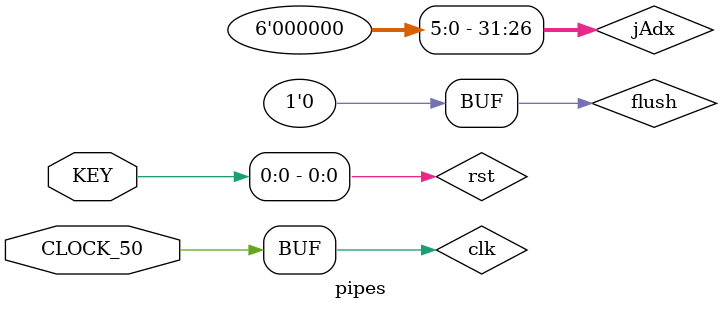
<source format=sv>
module pipes (CLOCK_50, KEY);
	input CLOCK_50;
	input [3:0] KEY;
	wire clk, rst;
	
	assign clk = CLOCK_50;
	assign rst = KEY[0];
	
	wire [31:0] jAdx, JRAdx, brAdx, instrD, instrQ, IDbusA, IDbusB, writeData, EXbusA, EXbusB, EXbusOut, ALUB, busA, busB, busALU, WrData, busALUWB;
	wire [15:0] IDimd, EXimd, data, ReadData;
	wire [6:0] prgCD, prgCQ;
	wire [4:0] RsID, RtID, RdID, RsEX, RtEX, RdEX, dstReg, RdRtEX, RdRtME;
	wire [3:0] IDEX, EX;
	wire [2:0] control;
	wire [1:0] ALUop, IDWB, WBEX, WBME, WB, fwdA, fwdB;
	wire IFIDWr, PCWr, hazCtrl, flush, JR, regWR, RegDst, ALUsrc, MemWrEn, Mem2Reg, br, j, IDM, MEX, ME, zero, overflow, carryout, negative;
	
	
	assign flush = 0;
	assign jAdx = instrQ[25:0];
	assign JRAdx = IDbusA;
	assign brAdx = {{16{instrQ[15]}}, instrQ[15:0]};
	
	hazardDetectU hazItAll(instrQ[25:21], instrQ[20:16], RtEX, ME, IFIDWr, PCWr, hazCtrl);
	
	///////////////////////////////////////////////////////////////////////////////////
	// FETCH																									//
	///////////////////////////////////////////////////////////////////////////////////
	
	// Program Counter Register
	// Stores and Updates the program counter
	// Takes zero flag and br signal from the decoder from ALU to operate
	// on the SLT, BEQ pseudoinstruction for BGT
	ProgCountReg pc(clk, rst, jAdx, JRAdx, brAdx, j, JR, br, zero, prgCD, PCWr);
	
	// Instruction Memory
	// Holds the instructions
	InstruMemory memInstr(clk, prgCD, 1, instrD, rst);
	
	// Bridges the Fetch and Decode
	IFIDReg IFID (clk, flush, IFIDWr, instrD, prgCD, prgCQ, instrQ);
	
	///////////////////////////////////////////////////////////////////////////////////
	// DECODE																								//
	///////////////////////////////////////////////////////////////////////////////////
	
	registerFile regs(clk, instrQ[25:21], instrQ[20:16], dstReg, WB[0], writeData, IDbusA, IDbusB);
	
	
	// Instruction Decoder
	// Decodes the 32-bit instruction into appropriate control signals
	InstrucDecoder decoder(instrQ[31:26], j, br, Mem2Reg, ALUop, MemWrEn, ALUsrc, RegDst, regWR, JR);
	
	assign {IDWB, IDM, IDEX} = hazCtrl ? 7'b0110000 : {{Mem2Reg, regWR}, MemWrEn, {ALUop, ALUsrc, RegDst}};
	
	assign RsID  = instrQ[25:21];
	assign RtID  = instrQ[20:16];
	assign RdID  = instrQ[15:11];
	assign IDimd = instrQ[15:0];
	
	IDEXReg IDEXReg (clk, RsID, RtID, RdID, IDWB, IDM, IDEX, IDbusA, IDbusB, IDimd, 
							 RsEX, RtEX, RdEX, WBEX, MEX, EX,   EXbusA, EXbusB, EXimd);
									
	///////////////////////////////////////////////////////////////////////////////////
	// EXECUTE																								//
	///////////////////////////////////////////////////////////////////////////////////
	
	assign ALUB = (ALUsrc) ? EXimd : busB;
	assign RdRtEX = EX[0] ? RdEX : RtEX;
	
	
	mux32bit4_1 busAfwd(busA, EXbusA, writeData, busALU, 0, fwdA);
	mux32bit4_1 busBfwd(busB, EXbusB, writeData, busALU, 0, fwdB);
	
	//IDEXRs, IDEXRt, EXMEMRd, MEMWBRd, EXMEMRegWrite, MEMWBRegWrite,ForwardA, ForwardB
	forwardUnit movinFWD(RsEX, RtEX, RdRtME, dstReg, ~WBME[0], ~WB[0], fwdA, fwdB);
	
	ALUcontrol translate(EX[3:2], EXimd[5:0], control);
	
	ALUnit logicUnit(control, busA, ALUB, EXbusOut, zero, overflow, carryout, negative);
	
	EXMEMReg EXMEM(clk, WBEX, MEX, busB, EXbusOut, RdRtEX, WBME, ME, WrData, busALU, RdRtME);
	
	///////////////////////////////////////////////////////////////////////////////////
	// MEMORY																								//
	///////////////////////////////////////////////////////////////////////////////////
	
	assign data = ME ? WrData[15:0] : 16'bZ;
	
	SRAM2Kby16 dataMemory(clk, rst, busALU, ME, data);
	
	MEMWBReg MEMWB(clk, WBME, RdRtME, data, busALU, WB, dstReg, ReadData, busALUWB);
	
	///////////////////////////////////////////////////////////////////////////////////
	// WRITE BACK																							//
	///////////////////////////////////////////////////////////////////////////////////
	
	assign writeData = WB[1] ? {{16{ReadData[15]}}, ReadData[15:0]} : busALUWB;

endmodule
	
</source>
